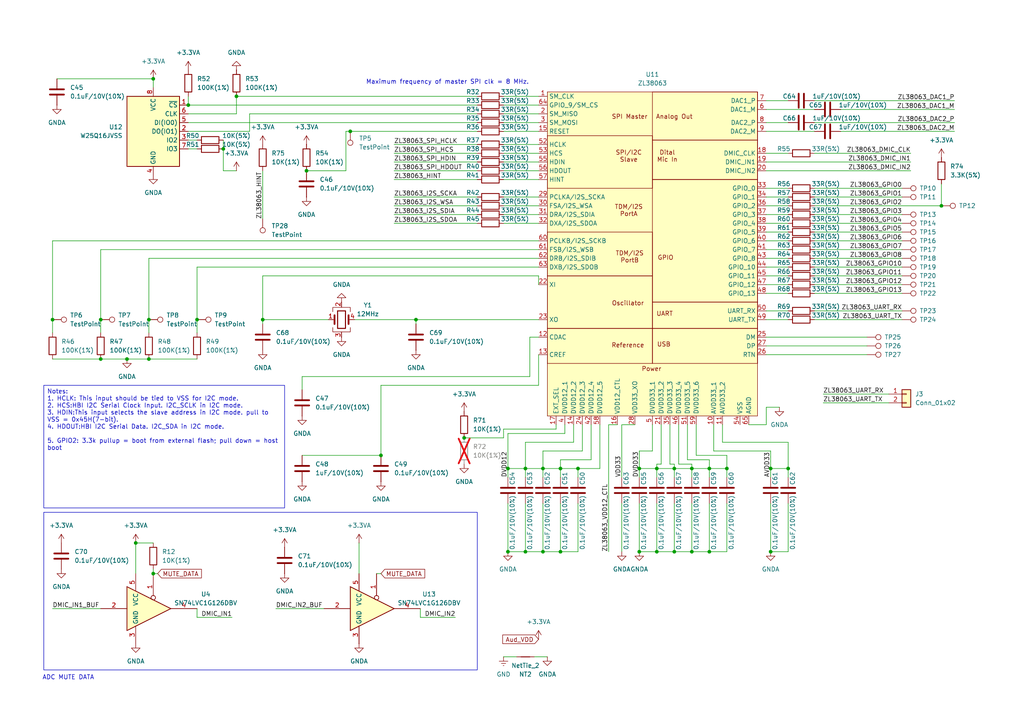
<source format=kicad_sch>
(kicad_sch (version 20231120) (generator "eeschema") (generator_version "8.0")
  (paper "A4")
  (junction (at 43.18 104.14))
  (junction (at 88.9 49.53))
  (junction (at 43.18 92.71))
  (junction (at 167.64 135.89))
  (junction (at 273.05 59.69))
  (junction (at 162.56 135.89))
  (junction (at 205.74 160.02))
  (junction (at 195.58 135.89))
  (junction (at 134.62 127))
  (junction (at 223.52 160.02))
  (junction (at 210.82 135.89))
  (junction (at 228.6 135.89))
  (junction (at 15.24 92.71))
  (junction (at 205.74 135.89))
  (junction (at 162.56 160.02))
  (junction (at 39.37 157.48))
  (junction (at 44.45 166.37))
  (junction (at 57.15 92.71))
  (junction (at 120.65 92.71))
  (junction (at 68.58 27.94))
  (junction (at 157.48 135.89))
  (junction (at 190.5 160.02))
  (junction (at 147.32 160.02))
  (junction (at 44.45 22.86))
  (junction (at 185.42 160.02))
  (junction (at 76.2 92.71))
  (junction (at 152.4 135.89))
  (junction (at 36.83 104.14))
  (junction (at 101.6 38.1))
  (junction (at 185.42 135.89))
  (junction (at 200.66 160.02))
  (junction (at 64.77 43.18))
  (junction (at 29.21 104.14))
  (junction (at 190.5 135.89))
  (junction (at 200.66 135.89))
  (junction (at 223.52 135.89))
  (junction (at 110.49 132.08))
  (junction (at 157.48 160.02))
  (junction (at 152.4 160.02))
  (junction (at 54.61 30.48))
  (junction (at 147.32 135.89))
  (junction (at 29.21 92.71))
  (junction (at 195.58 160.02))
  (wire (pts (xy 68.58 33.02) (xy 54.61 33.02)))
  (wire (pts (xy 205.74 133.35) (xy 205.74 135.89)))
  (wire (pts (xy 228.6 82.55) (xy 222.25 82.55)))
  (wire (pts (xy 147.32 160.02) (xy 152.4 160.02)))
  (wire (pts (xy 194.31 134.62) (xy 195.58 134.62)))
  (wire (pts (xy 190.5 135.89) (xy 195.58 135.89)))
  (wire (pts (xy 207.01 123.19) (xy 207.01 130.81)))
  (wire (pts (xy 222.25 97.79) (xy 251.46 97.79)))
  (wire (pts (xy 162.56 160.02) (xy 162.56 146.05)))
  (wire (pts (xy 226.06 118.11) (xy 222.25 118.11)))
  (wire (pts (xy 72.39 38.1) (xy 54.61 38.1)))
  (wire (pts (xy 185.42 130.81) (xy 185.42 135.89)))
  (wire (pts (xy 156.21 80.01) (xy 156.21 82.55)))
  (wire (pts (xy 54.61 43.18) (xy 57.15 43.18)))
  (wire (pts (xy 222.25 49.53) (xy 264.16 49.53)))
  (wire (pts (xy 223.52 160.02) (xy 228.6 160.02)))
  (wire (pts (xy 222.25 31.75) (xy 236.22 31.75)))
  (wire (pts (xy 190.5 135.89) (xy 190.5 138.43)))
  (wire (pts (xy 146.05 190.5) (xy 149.86 190.5)))
  (wire (pts (xy 228.6 160.02) (xy 228.6 146.05)))
  (wire (pts (xy 147.32 125.73) (xy 147.32 135.89)))
  (wire (pts (xy 57.15 77.47) (xy 57.15 92.71)))
  (wire (pts (xy 166.37 123.19) (xy 166.37 128.27)))
  (wire (pts (xy 146.05 62.23) (xy 156.21 62.23)))
  (wire (pts (xy 222.25 38.1) (xy 236.22 38.1)))
  (wire (pts (xy 153.67 97.79) (xy 156.21 97.79)))
  (wire (pts (xy 146.05 35.56) (xy 156.21 35.56)))
  (wire (pts (xy 167.64 160.02) (xy 167.64 146.05)))
  (wire (pts (xy 236.22 69.85) (xy 261.62 69.85)))
  (wire (pts (xy 228.6 135.89) (xy 228.6 138.43)))
  (wire (pts (xy 29.21 104.14) (xy 36.83 104.14)))
  (wire (pts (xy 57.15 179.07) (xy 57.15 176.53)))
  (wire (pts (xy 236.22 74.93) (xy 261.62 74.93)))
  (wire (pts (xy 185.42 135.89) (xy 190.5 135.89)))
  (wire (pts (xy 156.21 80.01) (xy 76.2 80.01)))
  (wire (pts (xy 161.29 124.46) (xy 161.29 123.19)))
  (wire (pts (xy 120.65 92.71) (xy 156.21 92.71)))
  (wire (pts (xy 43.18 74.93) (xy 43.18 92.71)))
  (wire (pts (xy 217.17 123.19) (xy 222.25 123.19)))
  (wire (pts (xy 68.58 49.53) (xy 64.77 49.53)))
  (wire (pts (xy 185.42 160.02) (xy 190.5 160.02)))
  (wire (pts (xy 152.4 160.02) (xy 157.48 160.02)))
  (wire (pts (xy 191.77 134.62) (xy 190.5 134.62)))
  (wire (pts (xy 191.77 123.19) (xy 191.77 134.62)))
  (wire (pts (xy 222.25 29.21) (xy 228.6 29.21)))
  (wire (pts (xy 29.21 72.39) (xy 29.21 92.71)))
  (wire (pts (xy 195.58 160.02) (xy 195.58 146.05)))
  (wire (pts (xy 205.74 135.89) (xy 210.82 135.89)))
  (wire (pts (xy 146.05 124.46) (xy 146.05 127)))
  (wire (pts (xy 156.21 111.76) (xy 156.21 102.87)))
  (wire (pts (xy 236.22 85.09) (xy 261.62 85.09)))
  (wire (pts (xy 228.6 59.69) (xy 222.25 59.69)))
  (wire (pts (xy 236.22 90.17) (xy 261.62 90.17)))
  (wire (pts (xy 100.33 38.1) (xy 100.33 49.53)))
  (wire (pts (xy 223.52 160.02) (xy 223.52 146.05)))
  (wire (pts (xy 146.05 30.48) (xy 156.21 30.48)))
  (wire (pts (xy 157.48 160.02) (xy 162.56 160.02)))
  (wire (pts (xy 87.63 109.22) (xy 87.63 113.03)))
  (wire (pts (xy 76.2 49.53) (xy 76.2 63.5)))
  (wire (pts (xy 236.22 77.47) (xy 261.62 77.47)))
  (wire (pts (xy 222.25 102.87) (xy 251.46 102.87)))
  (wire (pts (xy 100.33 38.1) (xy 101.6 38.1)))
  (wire (pts (xy 210.82 135.89) (xy 210.82 138.43)))
  (wire (pts (xy 100.33 49.53) (xy 88.9 49.53)))
  (wire (pts (xy 110.49 111.76) (xy 156.21 111.76)))
  (wire (pts (xy 168.91 130.81) (xy 157.48 130.81)))
  (wire (pts (xy 222.25 118.11) (xy 222.25 123.19)))
  (wire (pts (xy 173.99 123.19) (xy 173.99 135.89)))
  (wire (pts (xy 54.61 35.56) (xy 138.43 35.56)))
  (wire (pts (xy 120.65 92.71) (xy 120.65 93.98)))
  (wire (pts (xy 146.05 124.46) (xy 161.29 124.46)))
  (wire (pts (xy 228.6 64.77) (xy 222.25 64.77)))
  (wire (pts (xy 157.48 135.89) (xy 157.48 138.43)))
  (wire (pts (xy 162.56 133.35) (xy 162.56 135.89)))
  (wire (pts (xy 180.34 160.02) (xy 180.34 146.05)))
  (wire (pts (xy 15.24 104.14) (xy 29.21 104.14)))
  (wire (pts (xy 222.25 100.33) (xy 251.46 100.33)))
  (wire (pts (xy 236.22 92.71) (xy 261.62 92.71)))
  (wire (pts (xy 195.58 160.02) (xy 200.66 160.02)))
  (wire (pts (xy 72.39 33.02) (xy 138.43 33.02)))
  (wire (pts (xy 39.37 157.48) (xy 44.45 157.48)))
  (wire (pts (xy 39.37 157.48) (xy 39.37 166.37)))
  (wire (pts (xy 200.66 160.02) (xy 205.74 160.02)))
  (wire (pts (xy 68.58 27.94) (xy 138.43 27.94)))
  (wire (pts (xy 236.22 54.61) (xy 261.62 54.61)))
  (wire (pts (xy 146.05 38.1) (xy 156.21 38.1)))
  (wire (pts (xy 157.48 130.81) (xy 157.48 135.89)))
  (wire (pts (xy 171.45 123.19) (xy 171.45 133.35)))
  (wire (pts (xy 200.66 160.02) (xy 200.66 146.05)))
  (wire (pts (xy 273.05 53.34) (xy 273.05 59.69)))
  (wire (pts (xy 236.22 44.45) (xy 264.16 44.45)))
  (wire (pts (xy 162.56 160.02) (xy 167.64 160.02)))
  (wire (pts (xy 236.22 82.55) (xy 261.62 82.55)))
  (wire (pts (xy 236.22 64.77) (xy 261.62 64.77)))
  (wire (pts (xy 64.77 40.64) (xy 64.77 43.18)))
  (wire (pts (xy 228.6 67.31) (xy 222.25 67.31)))
  (wire (pts (xy 201.93 123.19) (xy 201.93 132.08)))
  (wire (pts (xy 110.49 166.37) (xy 109.22 166.37)))
  (wire (pts (xy 57.15 77.47) (xy 156.21 77.47)))
  (wire (pts (xy 195.58 135.89) (xy 195.58 138.43)))
  (wire (pts (xy 157.48 160.02) (xy 157.48 146.05)))
  (wire (pts (xy 43.18 74.93) (xy 156.21 74.93)))
  (wire (pts (xy 152.4 160.02) (xy 152.4 146.05)))
  (wire (pts (xy 68.58 27.94) (xy 68.58 33.02)))
  (wire (pts (xy 54.61 40.64) (xy 57.15 40.64)))
  (wire (pts (xy 121.92 179.07) (xy 121.92 176.53)))
  (wire (pts (xy 236.22 80.01) (xy 261.62 80.01)))
  (wire (pts (xy 114.3 44.45) (xy 138.43 44.45)))
  (wire (pts (xy 152.4 128.27) (xy 152.4 135.89)))
  (wire (pts (xy 76.2 80.01) (xy 76.2 92.71)))
  (wire (pts (xy 15.24 176.53) (xy 29.21 176.53)))
  (wire (pts (xy 54.61 27.94) (xy 54.61 30.48)))
  (wire (pts (xy 228.6 92.71) (xy 222.25 92.71)))
  (wire (pts (xy 16.51 22.86) (xy 44.45 22.86)))
  (wire (pts (xy 44.45 165.1) (xy 44.45 166.37)))
  (wire (pts (xy 153.67 109.22) (xy 153.67 97.79)))
  (wire (pts (xy 146.05 49.53) (xy 156.21 49.53)))
  (wire (pts (xy 167.64 135.89) (xy 173.99 135.89)))
  (wire (pts (xy 152.4 135.89) (xy 152.4 138.43)))
  (wire (pts (xy 200.66 134.62) (xy 200.66 135.89)))
  (wire (pts (xy 29.21 72.39) (xy 156.21 72.39)))
  (wire (pts (xy 114.3 57.15) (xy 138.43 57.15)))
  (wire (pts (xy 54.61 30.48) (xy 138.43 30.48)))
  (wire (pts (xy 168.91 123.19) (xy 168.91 130.81)))
  (wire (pts (xy 157.48 135.89) (xy 162.56 135.89)))
  (wire (pts (xy 43.18 92.71) (xy 43.18 96.52)))
  (wire (pts (xy 228.6 57.15) (xy 222.25 57.15)))
  (wire (pts (xy 228.6 74.93) (xy 222.25 74.93)))
  (wire (pts (xy 243.84 38.1) (xy 276.86 38.1)))
  (wire (pts (xy 114.3 59.69) (xy 138.43 59.69)))
  (wire (pts (xy 228.6 77.47) (xy 222.25 77.47)))
  (wire (pts (xy 166.37 128.27) (xy 152.4 128.27)))
  (wire (pts (xy 146.05 27.94) (xy 156.21 27.94)))
  (wire (pts (xy 209.55 128.27) (xy 228.6 128.27)))
  (wire (pts (xy 228.6 80.01) (xy 222.25 80.01)))
  (wire (pts (xy 114.3 49.53) (xy 138.43 49.53)))
  (wire (pts (xy 152.4 135.89) (xy 147.32 135.89)))
  (wire (pts (xy 210.82 132.08) (xy 210.82 135.89)))
  (wire (pts (xy 87.63 132.08) (xy 110.49 132.08)))
  (wire (pts (xy 199.39 133.35) (xy 205.74 133.35)))
  (wire (pts (xy 167.64 135.89) (xy 167.64 138.43)))
  (wire (pts (xy 45.72 166.37) (xy 44.45 166.37)))
  (wire (pts (xy 190.5 160.02) (xy 190.5 146.05)))
  (wire (pts (xy 114.3 52.07) (xy 138.43 52.07)))
  (wire (pts (xy 180.34 123.19) (xy 180.34 138.43)))
  (wire (pts (xy 146.05 44.45) (xy 156.21 44.45)))
  (wire (pts (xy 223.52 130.81) (xy 223.52 135.89)))
  (wire (pts (xy 228.6 128.27) (xy 228.6 135.89)))
  (wire (pts (xy 110.49 111.76) (xy 110.49 132.08)))
  (wire (pts (xy 200.66 135.89) (xy 200.66 138.43)))
  (wire (pts (xy 228.6 69.85) (xy 222.25 69.85)))
  (wire (pts (xy 189.23 123.19) (xy 189.23 130.81)))
  (wire (pts (xy 162.56 135.89) (xy 162.56 138.43)))
  (wire (pts (xy 236.22 57.15) (xy 261.62 57.15)))
  (wire (pts (xy 114.3 46.99) (xy 138.43 46.99)))
  (wire (pts (xy 236.22 62.23) (xy 261.62 62.23)))
  (wire (pts (xy 76.2 92.71) (xy 76.2 93.98)))
  (wire (pts (xy 185.42 135.89) (xy 185.42 138.43)))
  (wire (pts (xy 152.4 135.89) (xy 157.48 135.89)))
  (wire (pts (xy 210.82 160.02) (xy 210.82 146.05)))
  (wire (pts (xy 64.77 49.53) (xy 64.77 43.18)))
  (wire (pts (xy 114.3 64.77) (xy 138.43 64.77)))
  (wire (pts (xy 201.93 132.08) (xy 210.82 132.08)))
  (wire (pts (xy 236.22 59.69) (xy 273.05 59.69)))
  (wire (pts (xy 228.6 90.17) (xy 222.25 90.17)))
  (wire (pts (xy 163.83 123.19) (xy 163.83 125.73)))
  (wire (pts (xy 228.6 54.61) (xy 222.25 54.61)))
  (wire (pts (xy 146.05 33.02) (xy 156.21 33.02)))
  (wire (pts (xy 146.05 64.77) (xy 156.21 64.77)))
  (wire (pts (xy 228.6 85.09) (xy 222.25 85.09)))
  (wire (pts (xy 179.07 123.19) (xy 176.53 123.19)))
  (wire (pts (xy 67.31 179.07) (xy 57.15 179.07)))
  (wire (pts (xy 223.52 135.89) (xy 228.6 135.89)))
  (wire (pts (xy 236.22 35.56) (xy 276.86 35.56)))
  (wire (pts (xy 95.25 92.71) (xy 76.2 92.71)))
  (wire (pts (xy 195.58 135.89) (xy 200.66 135.89)))
  (wire (pts (xy 36.83 104.14) (xy 43.18 104.14)))
  (wire (pts (xy 134.62 127) (xy 146.05 127)))
  (wire (pts (xy 146.05 57.15) (xy 156.21 57.15)))
  (wire (pts (xy 184.15 123.19) (xy 180.34 123.19)))
  (wire (pts (xy 15.24 69.85) (xy 15.24 92.71)))
  (wire (pts (xy 223.52 135.89) (xy 223.52 138.43)))
  (wire (pts (xy 146.05 46.99) (xy 156.21 46.99)))
  (wire (pts (xy 194.31 123.19) (xy 194.31 134.62)))
  (wire (pts (xy 102.87 92.71) (xy 120.65 92.71)))
  (wire (pts (xy 167.64 135.89) (xy 162.56 135.89)))
  (wire (pts (xy 176.53 123.19) (xy 176.53 160.02)))
  (wire (pts (xy 15.24 69.85) (xy 156.21 69.85)))
  (wire (pts (xy 243.84 31.75) (xy 276.86 31.75)))
  (wire (pts (xy 222.25 35.56) (xy 228.6 35.56)))
  (wire (pts (xy 207.01 130.81) (xy 223.52 130.81)))
  (wire (pts (xy 257.81 114.3) (xy 238.76 114.3)))
  (wire (pts (xy 228.6 62.23) (xy 222.25 62.23)))
  (wire (pts (xy 209.55 123.19) (xy 209.55 128.27)))
  (wire (pts (xy 196.85 134.62) (xy 200.66 134.62)))
  (wire (pts (xy 80.01 176.53) (xy 93.98 176.53)))
  (wire (pts (xy 205.74 160.02) (xy 205.74 146.05)))
  (wire (pts (xy 146.05 41.91) (xy 156.21 41.91)))
  (wire (pts (xy 147.32 160.02) (xy 147.32 146.05)))
  (wire (pts (xy 114.3 41.91) (xy 138.43 41.91)))
  (wire (pts (xy 43.18 104.14) (xy 57.15 104.14)))
  (wire (pts (xy 195.58 134.62) (xy 195.58 135.89)))
  (wire (pts (xy 132.08 179.07) (xy 121.92 179.07)))
  (wire (pts (xy 15.24 92.71) (xy 15.24 96.52)))
  (wire (pts (xy 146.05 59.69) (xy 156.21 59.69)))
  (wire (pts (xy 236.22 29.21) (xy 276.86 29.21)))
  (wire (pts (xy 185.42 160.02) (xy 185.42 146.05)))
  (wire (pts (xy 163.83 125.73) (xy 147.32 125.73)))
  (wire (pts (xy 205.74 160.02) (xy 210.82 160.02)))
  (wire (pts (xy 147.32 135.89) (xy 147.32 138.43)))
  (wire (pts (xy 200.66 135.89) (xy 205.74 135.89)))
  (wire (pts (xy 189.23 130.81) (xy 185.42 130.81)))
  (wire (pts (xy 114.3 62.23) (xy 138.43 62.23)))
  (wire (pts (xy 154.94 190.5) (xy 158.75 190.5)))
  (wire (pts (xy 228.6 44.45) (xy 222.25 44.45)))
  (wire (pts (xy 190.5 160.02) (xy 195.58 160.02)))
  (wire (pts (xy 205.74 135.89) (xy 205.74 138.43)))
  (wire (pts (xy 236.22 72.39) (xy 261.62 72.39)))
  (wire (pts (xy 190.5 134.62) (xy 190.5 135.89)))
  (wire (pts (xy 146.05 52.07) (xy 156.21 52.07)))
  (wire (pts (xy 57.15 92.71) (xy 57.15 96.52)))
  (wire (pts (xy 72.39 33.02) (xy 72.39 38.1)))
  (wire (pts (xy 171.45 133.35) (xy 162.56 133.35)))
  (wire (pts (xy 87.63 109.22) (xy 153.67 109.22)))
  (wire (pts (xy 101.6 38.1) (xy 138.43 38.1)))
  (wire (pts (xy 222.25 46.99) (xy 264.16 46.99)))
  (wire (pts (xy 199.39 123.19) (xy 199.39 133.35)))
  (wire (pts (xy 104.14 157.48) (xy 104.14 166.37)))
  (wire (pts (xy 228.6 72.39) (xy 222.25 72.39)))
  (wire (pts (xy 196.85 123.19) (xy 196.85 134.62)))
  (wire (pts (xy 29.21 92.71) (xy 29.21 96.52)))
  (wire (pts (xy 236.22 67.31) (xy 261.62 67.31)))
  (wire (pts (xy 44.45 22.86) (xy 44.45 25.4)))
  (wire (pts (xy 257.81 116.84) (xy 238.76 116.84)))
  (rectangle (start 12.7 148.59) (end 138.43 194.31))
  (text_box "Notes:\n1. HCLK: This input should be tied to VSS for I2C mode.\n2. HCS:HBI I2C Serial Clock Input. I2C_SCLK in I2C mode.\n3. HDIN:This input selects the slave address in I2C mode. pull to VSS = 0x45H(7-bit).\n4. HDOUT:HBI I2C Serial Data. I2C_SDA in I2C mode.\n\n5. GPIO2: 3.3k pullup = boot from external flash; pull down = host boot" (at 12.7 111.76 0) (size 69.85 35.56) (effects (font (size 1.27 1.27)) (justify left top)))
  (text "Maximum frequency of master SPI clk = 8 MHz." (at 129.794 23.876 0) (effects (font (size 1.27 1.27))))
  (text "ADC MUTE DATA" (at 19.812 196.596 0) (effects (font (size 1.27 1.27))))
  (label "ZL38063_GPIO7" (at 261.62 72.39 180))
  (label "DMIC_IN2" (at 132.08 179.07 180))
  (label "ZL38063_UART_RX" (at 238.76 114.3 0))
  (label "ZL38063_DAC2_M" (at 276.86 38.1 180))
  (label "ZL38063_GPIO1" (at 261.62 57.15 180))
  (label "ZL38063_I2S_WSA" (at 114.3 59.69 0))
  (label "ZL38063_GPIO6" (at 261.62 69.85 180))
  (label "ZL38063_DAC1_M" (at 276.86 31.75 180))
  (label "ZL38063_GPIO0" (at 261.62 54.61 180))
  (label "DMIC_IN1_BUF" (at 15.24 176.53 0))
  (label "ZL38063_GPIO5" (at 261.62 67.31 180))
  (label "ZL38063_VDD12_CTL" (at 176.53 160.02 90))
  (label "ZL38063_GPIO8" (at 261.62 74.93 180))
  (label "DMIC_IN2_BUF" (at 80.01 176.53 0))
  (label "ZL38063_GPIO3" (at 261.62 62.23 180))
  (label "ZL38063_GPIO12" (at 261.62 82.55 180))
  (label "DVDD33" (at 185.42 138.43 90))
  (label "ZL38063_I2S_SDOA" (at 114.3 64.77 0))
  (label "ZL38063_SPI_HDIN" (at 114.3 46.99 0))
  (label "ZL38063_UART_TX" (at 238.76 116.84 0))
  (label "ZL38063_DMIC_IN1" (at 264.16 46.99 180))
  (label "ZL38063_SPI_HCLK" (at 114.3 41.91 0))
  (label "ZL38063_GPIO2" (at 261.62 59.69 180))
  (label "ZL38063_HINT" (at 76.2 63.5 90))
  (label "ZL38063_I2S_SCKA" (at 114.3 57.15 0))
  (label "ZL38063_GPIO13" (at 261.62 85.09 180))
  (label "ZL38063_DMIC_IN2" (at 264.16 49.53 180))
  (label "ZL38063_I2S_SDIA" (at 114.3 62.23 0))
  (label "ZL38063_UART_RX" (at 261.62 90.17 180))
  (label "ZL38063_HINT" (at 114.3 52.07 0))
  (label "AVDD33" (at 223.52 138.43 90))
  (label "ZL38063_SPI_HDOUT" (at 114.3 49.53 0))
  (label "ZL38063_GPIO10" (at 261.62 77.47 180))
  (label "ZL38063_UART_TX" (at 261.62 92.71 180))
  (label "ZL38063_GPIO11" (at 261.62 80.01 180))
  (label "ZL38063_DMIC_CLK" (at 264.16 44.45 180))
  (label "DVDD12" (at 147.32 138.43 90))
  (label "ZL38063_DAC1_P" (at 276.86 29.21 180))
  (label "ZL38063_GPIO4" (at 261.62 64.77 180))
  (label "DMIC_IN1" (at 67.31 179.07 180))
  (label "ZL38063_DAC2_P" (at 276.86 35.56 180))
  (label "VDD33" (at 180.34 138.43 90))
  (label "ZL38063_SPI_HCS" (at 114.3 44.45 0))
  (global_label "MUTE_DATA" (shape input) (at 110.49 166.37 0) (property "Intersheetrefs" "${INTERSHEET_REFS}" (effects (hide yes))))
  (global_label "Aud_VDD" (shape input) (at 156.21 185.42 180) (property "Intersheetrefs" "${INTERSHEET_REFS}" (effects (hide yes))))
  (global_label "MUTE_DATA" (shape input) (at 45.72 166.37 0) (property "Intersheetrefs" "${INTERSHEET_REFS}" (effects (hide yes))))
  (symbol (lib_id "Connector:TestPoint") (at 261.62 85.09 270) (unit 1)
    (property "Reference" "TP22" (at 266.7 85.0899 90) (effects (justify left)))
    (property "Value" "TestPoint" (effects (hide yes)))
    (property "Footprint" "TestPoint:TestPoint_Pad_D1.0mm" (effects (hide yes)))
    (property "Description" "test point" (effects (hide yes)))
  )
  (symbol (lib_id "Device:C") (at 87.63 135.89 0) (unit 1)
    (property "Reference" "C48" (at 91.44 134.6199 0) (effects (justify left)))
    (property "Value" "1uF/10V(10%)" (at 91.44 137.1599 0) (effects (justify left)))
    (property "Footprint" "Capacitor_SMD:C_0402_1005Metric" (effects (hide yes)))
    (property "Description" "Unpolarized capacitor" (effects (hide yes)))
  )
  (symbol (lib_id "Device:R") (at 88.9 45.72 180) (unit 1)
    (property "Reference" "R54" (at 91.44 44.4499 0) (effects (justify right)))
    (property "Value" "10K(1%)" (at 91.44 46.9899 0) (effects (justify right)))
    (property "Footprint" "Resistor_SMD:R_0402_1005Metric" (effects (hide yes)))
    (property "Description" "Resistor" (effects (hide yes)))
  )
  (symbol (lib_id "power:+3.3VA") (at 273.05 45.72 0) (unit 1)
    (property "Reference" "#PWR0140" (effects (hide yes)))
    (property "Value" "+3.3VA" (at 273.05 40.64 0))
    (property "Description" "Power symbol creates a global label with name \"+3.3VA\"" (effects (hide yes)))
  )
  (symbol (lib_id "Device:R") (at 232.41 67.31 90) (unit 1)
    (property "Reference" "R61" (at 227.33 66.04 90))
    (property "Value" "33R(5%)" (at 239.522 66.04 90))
    (property "Footprint" "Resistor_SMD:R_0402_1005Metric" (effects (hide yes)))
    (property "Description" "Resistor" (effects (hide yes)))
  )
  (symbol (lib_id "Device:R") (at 232.41 72.39 90) (unit 1)
    (property "Reference" "R63" (at 227.33 71.12 90))
    (property "Value" "33R(5%)" (at 239.522 71.12 90))
    (property "Footprint" "Resistor_SMD:R_0402_1005Metric" (effects (hide yes)))
    (property "Description" "Resistor" (effects (hide yes)))
  )
  (symbol (lib_id "power:GNDA") (at 76.2 101.6 0) (unit 1)
    (property "Reference" "#PWR0142" (effects (hide yes)))
    (property "Value" "GNDA" (at 76.2 106.68 0))
    (property "Description" "Power symbol creates a global label with name \"GNDA\" , analog ground" (effects (hide yes)))
  )
  (symbol (lib_id "Device:R") (at 232.41 74.93 90) (unit 1)
    (property "Reference" "R64" (at 227.33 73.66 90))
    (property "Value" "33R(5%)" (at 239.522 73.66 90))
    (property "Footprint" "Resistor_SMD:R_0402_1005Metric" (effects (hide yes)))
    (property "Description" "Resistor" (effects (hide yes)))
  )
  (symbol (lib_id "Device:R") (at 142.24 57.15 90) (unit 1)
    (property "Reference" "R42" (at 137.16 55.88 90))
    (property "Value" "33R(5%)" (at 149.352 55.88 90))
    (property "Footprint" "Resistor_SMD:R_0402_1005Metric" (effects (hide yes)))
    (property "Description" "Resistor" (effects (hide yes)))
  )
  (symbol (lib_id "Device:C") (at 205.74 142.24 0) (unit 1)
    (property "Reference" "C59" (at 207.01 140.716 90) (effects (justify left)))
    (property "Value" "0.1uF/10V(10%)" (at 207.01 159.512 90) (effects (justify left)))
    (property "Footprint" "Capacitor_SMD:C_0402_1005Metric" (effects (hide yes)))
    (property "Description" "Unpolarized capacitor" (effects (hide yes)))
  )
  (symbol (lib_id "power:+3.3VA") (at 134.62 119.38 0) (unit 1)
    (property "Reference" "#PWR0137" (effects (hide yes)))
    (property "Value" "+3.3VA" (at 134.62 114.3 0))
    (property "Description" "Power symbol creates a global label with name \"+3.3VA\"" (effects (hide yes)))
  )
  (symbol (lib_id "power:+3.3VA") (at 44.45 22.86 0) (unit 1)
    (property "Reference" "#PWR0120" (effects (hide yes)))
    (property "Value" "+3.3VA" (at 44.45 17.78 0))
    (property "Description" "Power symbol creates a global label with name \"+3.3VA\"" (effects (hide yes)))
  )
  (symbol (lib_id "Device:R") (at 232.41 64.77 90) (unit 1)
    (property "Reference" "R60" (at 227.33 63.5 90))
    (property "Value" "33R(5%)" (at 239.522 63.5 90))
    (property "Footprint" "Resistor_SMD:R_0402_1005Metric" (effects (hide yes)))
    (property "Description" "Resistor" (effects (hide yes)))
  )
  (symbol (lib_id "Connector:TestPoint") (at 261.62 67.31 270) (unit 1)
    (property "Reference" "TP15" (at 266.7 67.3099 90) (effects (justify left)))
    (property "Value" "TestPoint" (effects (hide yes)))
    (property "Footprint" "TestPoint:TestPoint_Pad_D1.0mm" (effects (hide yes)))
    (property "Description" "test point" (effects (hide yes)))
  )
  (symbol (lib_id "Device:R") (at 142.24 27.94 90) (unit 1)
    (property "Reference" "R32" (at 137.16 26.67 90))
    (property "Value" "33R(5%)" (at 149.352 26.67 90))
    (property "Footprint" "Resistor_SMD:R_0402_1005Metric" (effects (hide yes)))
    (property "Description" "Resistor" (effects (hide yes)))
  )
  (symbol (lib_id "power:GNDA") (at 104.14 186.69 0) (unit 1)
    (property "Reference" "#PWR0139" (effects (hide yes)))
    (property "Value" "GNDA" (at 104.14 191.77 0))
    (property "Description" "Power symbol creates a global label with name \"GNDA\" , analog ground" (effects (hide yes)))
  )
  (symbol (lib_id "power:GNDA") (at 88.9 57.15 0) (unit 1)
    (property "Reference" "#PWR0125" (effects (hide yes)))
    (property "Value" "GNDA" (at 88.9 62.23 0))
    (property "Description" "Power symbol creates a global label with name \"GNDA\" , analog ground" (effects (hide yes)))
  )
  (symbol (lib_id "Device:R") (at 54.61 24.13 180) (unit 1)
    (property "Reference" "R52" (at 57.15 22.8599 0) (effects (justify right)))
    (property "Value" "100K(1%)" (at 57.15 25.3999 0) (effects (justify right)))
    (property "Footprint" "Resistor_SMD:R_0402_1005Metric" (effects (hide yes)))
    (property "Description" "Resistor" (effects (hide yes)))
  )
  (symbol (lib_id "power:GNDA") (at 87.63 120.65 0) (unit 1)
    (property "Reference" "#PWR0128" (effects (hide yes)))
    (property "Value" "GNDA" (at 87.63 125.73 0))
    (property "Description" "Power symbol creates a global label with name \"GNDA\" , analog ground" (effects (hide yes)))
  )
  (symbol (lib_id "Device:R") (at 134.62 123.19 0) (unit 1)
    (property "Reference" "R71" (at 137.16 121.9199 0) (effects (justify left)))
    (property "Value" "10K(1%)" (at 137.16 124.4599 0) (effects (justify left)))
    (property "Footprint" "Resistor_SMD:R_0402_1005Metric" (effects (hide yes)))
    (property "Description" "Resistor" (effects (hide yes)))
  )
  (symbol (lib_id "Device:R") (at 232.41 82.55 90) (unit 1)
    (property "Reference" "R67" (at 227.33 81.28 90))
    (property "Value" "33R(5%)" (at 239.522 81.28 90))
    (property "Footprint" "Resistor_SMD:R_0402_1005Metric" (effects (hide yes)))
    (property "Description" "Resistor" (effects (hide yes)))
  )
  (symbol (lib_id "Connector:TestPoint") (at 261.62 54.61 270) (unit 1)
    (property "Reference" "TP10" (at 266.7 54.6099 90) (effects (justify left)))
    (property "Value" "TestPoint" (effects (hide yes)))
    (property "Footprint" "TestPoint:TestPoint_Pad_D1.0mm" (effects (hide yes)))
    (property "Description" "test point" (effects (hide yes)))
  )
  (symbol (lib_id "Device:C") (at 76.2 97.79 0) (unit 1)
    (property "Reference" "C68" (at 80.01 96.5199 0) (effects (justify left)))
    (property "Value" "0.1uF/10V(10%)" (at 80.01 99.0599 0) (effects (justify left)))
    (property "Footprint" "Capacitor_SMD:C_0402_1005Metric" (effects (hide yes)))
    (property "Description" "Unpolarized capacitor" (effects (hide yes)))
  )
  (symbol (lib_id "Device:R") (at 44.45 161.29 0) (unit 1)
    (property "Reference" "R12" (at 46.99 160.0199 0) (effects (justify left)))
    (property "Value" "10K(1%)" (at 46.99 162.5599 0) (effects (justify left)))
    (property "Footprint" "Resistor_SMD:R_0402_1005Metric" (effects (hide yes)))
    (property "Description" "Resistor" (effects (hide yes)))
  )
  (symbol (lib_id "Device:R") (at 232.41 54.61 90) (unit 1)
    (property "Reference" "R56" (at 227.33 53.34 90))
    (property "Value" "33R(5%)" (at 239.522 53.34 90))
    (property "Footprint" "Resistor_SMD:R_0402_1005Metric" (effects (hide yes)))
    (property "Description" "Resistor" (effects (hide yes)))
  )
  (symbol (lib_id "Device:R") (at 29.21 100.33 180) (unit 1)
    (property "Reference" "R47" (at 31.75 99.0599 0) (effects (justify right)))
    (property "Value" "100K(1%)" (at 31.75 101.5999 0) (effects (justify right)))
    (property "Footprint" "Resistor_SMD:R_0402_1005Metric" (effects (hide yes)))
    (property "Description" "Resistor" (effects (hide yes)))
  )
  (symbol (lib_id "Connector:TestPoint") (at 43.18 92.71 270) (unit 1)
    (property "Reference" "TP8" (at 48.26 91.4399 90) (effects (justify left)))
    (property "Value" "TestPoint" (at 48.26 93.9799 90) (effects (justify left)))
    (property "Footprint" "TestPoint:TestPoint_Pad_D1.0mm" (effects (hide yes)))
    (property "Description" "test point" (effects (hide yes)))
  )
  (symbol (lib_id "power:GNDA") (at 147.32 160.02 0) (unit 1)
    (property "Reference" "#PWR0135" (effects (hide yes)))
    (property "Value" "GNDA" (at 147.32 165.1 0))
    (property "Description" "Power symbol creates a global label with name \"GNDA\" , analog ground" (effects (hide yes)))
  )
  (symbol (lib_id "Device:C") (at 195.58 142.24 0) (unit 1)
    (property "Reference" "C57" (at 196.85 140.716 90) (effects (justify left)))
    (property "Value" "0.1uF/10V(10%)" (at 196.85 159.512 90) (effects (justify left)))
    (property "Footprint" "Capacitor_SMD:C_0402_1005Metric" (effects (hide yes)))
    (property "Description" "Unpolarized capacitor" (effects (hide yes)))
  )
  (symbol (lib_id "Connector:TestPoint") (at 261.62 77.47 270) (unit 1)
    (property "Reference" "TP19" (at 266.7 77.4699 90) (effects (justify left)))
    (property "Value" "TestPoint" (effects (hide yes)))
    (property "Footprint" "TestPoint:TestPoint_Pad_D1.0mm" (effects (hide yes)))
    (property "Description" "test point" (effects (hide yes)))
  )
  (symbol (lib_id "Device:C") (at 200.66 142.24 0) (unit 1)
    (property "Reference" "C58" (at 201.93 140.716 90) (effects (justify left)))
    (property "Value" "0.1uF/10V(10%)" (at 201.93 159.512 90) (effects (justify left)))
    (property "Footprint" "Capacitor_SMD:C_0402_1005Metric" (effects (hide yes)))
    (property "Description" "Unpolarized capacitor" (effects (hide yes)))
  )
  (symbol (lib_id "Device:C") (at 223.52 142.24 0) (unit 1)
    (property "Reference" "C61" (at 224.79 140.716 90) (effects (justify left)))
    (property "Value" "0.1uF/10V(10%)" (at 224.79 159.512 90) (effects (justify left)))
    (property "Footprint" "Capacitor_SMD:C_0402_1005Metric" (effects (hide yes)))
    (property "Description" "Unpolarized capacitor" (effects (hide yes)))
  )
  (symbol (lib_id "Device:R") (at 232.41 59.69 90) (unit 1)
    (property "Reference" "R58" (at 227.33 58.42 90))
    (property "Value" "33R(5%)" (at 239.522 58.42 90))
    (property "Footprint" "Resistor_SMD:R_0402_1005Metric" (effects (hide yes)))
    (property "Description" "Resistor" (effects (hide yes)))
  )
  (symbol (lib_id "Connector:TestPoint") (at 76.2 63.5 180) (unit 1)
    (property "Reference" "TP28" (at 78.74 65.5319 0) (effects (justify right)))
    (property "Value" "TestPoint" (at 78.74 68.0719 0) (effects (justify right)))
    (property "Footprint" "TestPoint:TestPoint_Pad_D1.0mm" (effects (hide yes)))
    (property "Description" "test point" (effects (hide yes)))
  )
  (symbol (lib_id "Device:C") (at 87.63 116.84 0) (unit 1)
    (property "Reference" "C47" (at 91.44 115.5699 0) (effects (justify left)))
    (property "Value" "0.1uF/10V(10%)" (at 91.44 118.1099 0) (effects (justify left)))
    (property "Footprint" "Capacitor_SMD:C_0402_1005Metric" (effects (hide yes)))
    (property "Description" "Unpolarized capacitor" (effects (hide yes)))
  )
  (symbol (lib_id "Device:C") (at 240.03 31.75 90) (unit 1)
    (property "Reference" "C65" (at 238.506 30.48 90) (effects (justify left)))
    (property "Value" "1uF/10V(10%)" (at 257.302 30.48 90) (effects (justify left)))
    (property "Footprint" "Capacitor_SMD:C_0402_1005Metric" (effects (hide yes)))
    (property "Description" "Unpolarized capacitor" (effects (hide yes)))
  )
  (symbol (lib_id "Connector_Generic:Conn_01x02") (at 262.89 114.3 0) (unit 1)
    (property "Reference" "J3" (at 265.43 114.2999 0) (effects (justify left)))
    (property "Value" "Conn_01x02" (at 265.43 116.8399 0) (effects (justify left)))
    (property "Footprint" "Connector_PinHeader_2.54mm:PinHeader_1x02_P2.54mm_Vertical" (effects (hide yes)))
    (property "Description" "Generic connector, single row, 01x02, script generated (kicad-library-utils/schlib/autogen/connector/)" (effects (hide yes)))
  )
  (symbol (lib_id "Connector:TestPoint") (at 261.62 92.71 270) (unit 1)
    (property "Reference" "TP24" (at 266.7 92.7099 90) (effects (justify left)))
    (property "Value" "TestPoint" (effects (hide yes)))
    (property "Footprint" "TestPoint:TestPoint_Pad_D1.0mm" (effects (hide yes)))
    (property "Description" "test point" (effects (hide yes)))
  )
  (symbol (lib_id "Device:C") (at 120.65 97.79 0) (unit 1)
    (property "Reference" "C69" (at 124.46 96.5199 0) (effects (justify left)))
    (property "Value" "0.1uF/10V(10%)" (at 124.46 99.0599 0) (effects (justify left)))
    (property "Footprint" "Capacitor_SMD:C_0402_1005Metric" (effects (hide yes)))
    (property "Description" "Unpolarized capacitor" (effects (hide yes)))
  )
  (symbol (lib_id "power:+3.3VA") (at 82.55 158.75 0) (unit 1)
    (property "Reference" "#PWR0149" (effects (hide yes)))
    (property "Value" "+3.3VA" (at 82.55 153.67 0))
    (property "Description" "Power symbol creates a global label with name \"+3.3VA\"" (effects (hide yes)))
  )
  (symbol (lib_id "Device:R") (at 60.96 43.18 90) (unit 1)
    (property "Reference" "R51" (at 55.88 41.91 90))
    (property "Value" "10K(5%)" (at 68.58 41.91 90))
    (property "Footprint" "Resistor_SMD:R_0402_1005Metric" (effects (hide yes)))
    (property "Description" "Resistor" (effects (hide yes)))
  )
  (symbol (lib_id "Device:R") (at 273.05 49.53 180) (unit 1)
    (property "Reference" "R74" (at 275.59 48.2599 0) (effects (justify right)))
    (property "Value" "3.3K(5%)" (at 275.59 50.7999 0) (effects (justify right)))
    (property "Footprint" "Resistor_SMD:R_0402_1005Metric" (effects (hide yes)))
    (property "Description" "Resistor" (effects (hide yes)))
  )
  (symbol (lib_id "Device:R") (at 232.41 69.85 90) (unit 1)
    (property "Reference" "R62" (at 227.33 68.58 90))
    (property "Value" "33R(5%)" (at 239.522 68.58 90))
    (property "Footprint" "Resistor_SMD:R_0402_1005Metric" (effects (hide yes)))
    (property "Description" "Resistor" (effects (hide yes)))
  )
  (symbol (lib_id "Connector:TestPoint") (at 101.6 38.1 180) (unit 1)
    (property "Reference" "TP5" (at 104.14 40.1319 0) (effects (justify right)))
    (property "Value" "TestPoint" (at 104.14 42.6719 0) (effects (justify right)))
    (property "Footprint" "TestPoint:TestPoint_Pad_D1.0mm" (effects (hide yes)))
    (property "Description" "test point" (effects (hide yes)))
  )
  (symbol (lib_id "Device:R") (at 43.18 100.33 180) (unit 1)
    (property "Reference" "R48" (at 45.72 99.0599 0) (effects (justify right)))
    (property "Value" "100K(1%)" (at 45.72 101.5999 0) (effects (justify right)))
    (property "Footprint" "Resistor_SMD:R_0402_1005Metric" (effects (hide yes)))
    (property "Description" "Resistor" (effects (hide yes)))
  )
  (symbol (lib_id "Device:C") (at 232.41 29.21 90) (unit 1)
    (property "Reference" "C64" (at 230.886 27.94 90) (effects (justify left)))
    (property "Value" "1uF/10V(10%)" (at 249.682 27.94 90) (effects (justify left)))
    (property "Footprint" "Capacitor_SMD:C_0402_1005Metric" (effects (hide yes)))
    (property "Description" "Unpolarized capacitor" (effects (hide yes)))
  )
  (symbol (lib_id "Device:R") (at 142.24 44.45 90) (unit 1)
    (property "Reference" "R38" (at 137.16 43.18 90))
    (property "Value" "33R(5%)" (at 149.352 43.18 90))
    (property "Footprint" "Resistor_SMD:R_0402_1005Metric" (effects (hide yes)))
    (property "Description" "Resistor" (effects (hide yes)))
  )
  (symbol (lib_id "power:GNDA") (at 68.58 20.32 180) (unit 1)
    (property "Reference" "#PWR0124" (effects (hide yes)))
    (property "Value" "GNDA" (at 68.58 15.24 0))
    (property "Description" "Power symbol creates a global label with name \"GNDA\" , analog ground" (effects (hide yes)))
  )
  (symbol (lib_id "Connector:TestPoint") (at 261.62 57.15 270) (unit 1)
    (property "Reference" "TP11" (at 266.7 57.1499 90) (effects (justify left)))
    (property "Value" "TestPoint" (effects (hide yes)))
    (property "Footprint" "TestPoint:TestPoint_Pad_D1.0mm" (effects (hide yes)))
    (property "Description" "test point" (effects (hide yes)))
  )
  (symbol (lib_id "Device:C") (at 147.32 142.24 0) (unit 1)
    (property "Reference" "C54" (at 148.59 140.716 90) (effects (justify left)))
    (property "Value" "0.1uF/10V(10%)" (at 148.59 159.512 90) (effects (justify left)))
    (property "Footprint" "Capacitor_SMD:C_0402_1005Metric" (effects (hide yes)))
    (property "Description" "Unpolarized capacitor" (effects (hide yes)))
  )
  (symbol (lib_id "ZL38063:ZL38063") (at 189.23 60.96 0) (unit 1)
    (property "Reference" "U11" (at 189.23 21.59 0))
    (property "Value" "ZL38063" (at 189.23 24.13 0))
    (property "Footprint" "Package_DFN_QFN:QFN-64-1EP_9x9mm_P0.5mm_EP7.3x7.3mm_ThermalVias" (effects (hide yes)))
    (property "Datasheet" "https://www.microsemi.com/document-portal/doc_download/136798-zl38063-datasheet" (effects (hide yes)))
    (property "Description" "Microphone Array ASR-assist Audio Processor" (effects (hide yes)))
  )
  (symbol (lib_id "power:GNDA") (at 36.83 104.14 0) (unit 1)
    (property "Reference" "#PWR0127" (effects (hide yes)))
    (property "Value" "GNDA" (at 36.83 109.22 0))
    (property "Description" "Power symbol creates a global label with name \"GNDA\" , analog ground" (effects (hide yes)))
  )
  (symbol (lib_id "Device:C") (at 167.64 142.24 0) (unit 1)
    (property "Reference" "C50" (at 168.91 140.716 90) (effects (justify left)))
    (property "Value" "0.1uF/10V(10%)" (at 168.91 159.512 90) (effects (justify left)))
    (property "Footprint" "Capacitor_SMD:C_0402_1005Metric" (effects (hide yes)))
    (property "Description" "Unpolarized capacitor" (effects (hide yes)))
  )
  (symbol (lib_id "power:GNDA") (at 87.63 139.7 0) (unit 1)
    (property "Reference" "#PWR0129" (effects (hide yes)))
    (property "Value" "GNDA" (at 87.63 144.78 0))
    (property "Description" "Power symbol creates a global label with name \"GNDA\" , analog ground" (effects (hide yes)))
  )
  (symbol (lib_id "power:+3.3VA") (at 39.37 157.48 0) (unit 1)
    (property "Reference" "#PWR035" (effects (hide yes)))
    (property "Value" "+3.3VA" (at 39.37 152.4 0))
    (property "Description" "Power symbol creates a global label with name \"+3.3VA\"" (effects (hide yes)))
  )
  (symbol (lib_id "power:GNDA") (at 99.06 97.79 0) (unit 1)
    (property "Reference" "#PWR0144" (effects (hide yes)))
    (property "Value" "GNDA" (at 99.06 102.87 0))
    (property "Description" "Power symbol creates a global label with name \"GNDA\" , analog ground" (effects (hide yes)))
  )
  (symbol (lib_id "Device:R") (at 142.24 35.56 90) (unit 1)
    (property "Reference" "R35" (at 137.16 34.29 90))
    (property "Value" "33R(5%)" (at 149.352 34.29 90))
    (property "Footprint" "Resistor_SMD:R_0402_1005Metric" (effects (hide yes)))
    (property "Description" "Resistor" (effects (hide yes)))
  )
  (symbol (lib_id "Connector:TestPoint") (at 261.62 72.39 270) (unit 1)
    (property "Reference" "TP17" (at 266.7 72.3899 90) (effects (justify left)))
    (property "Value" "TestPoint" (effects (hide yes)))
    (property "Footprint" "TestPoint:TestPoint_Pad_D1.0mm" (effects (hide yes)))
    (property "Description" "test point" (effects (hide yes)))
  )
  (symbol (lib_id "Connector:TestPoint") (at 261.62 62.23 270) (unit 1)
    (property "Reference" "TP13" (at 266.7 62.2299 90) (effects (justify left)))
    (property "Value" "TestPoint" (effects (hide yes)))
    (property "Footprint" "TestPoint:TestPoint_Pad_D1.0mm" (effects (hide yes)))
    (property "Description" "test point" (effects (hide yes)))
  )
  (symbol (lib_id "power:GNDA") (at 99.06 87.63 180) (unit 1)
    (property "Reference" "#PWR0145" (effects (hide yes)))
    (property "Value" "GNDA" (at 99.06 82.55 0))
    (property "Description" "Power symbol creates a global label with name \"GNDA\" , analog ground" (effects (hide yes)))
  )
  (symbol (lib_id "Device:R") (at 232.41 90.17 90) (unit 1)
    (property "Reference" "R69" (at 227.33 88.9 90))
    (property "Value" "33R(5%)" (at 239.522 88.9 90))
    (property "Footprint" "Resistor_SMD:R_0402_1005Metric" (effects (hide yes)))
    (property "Description" "Resistor" (effects (hide yes)))
  )
  (symbol (lib_id "Device:Crystal_GND23") (at 99.06 92.71 0) (unit 1)
    (property "Reference" "Y1" (at 106.68 88.519 0))
    (property "Value" "12MHz" (at 106.68 91.059 0))
    (property "Footprint" "Crystal:Crystal_SMD_2520-4Pin_2.5x2.0mm" (effects (hide yes)))
    (property "Description" "Four pin crystal, GND on pins 2 and 3" (effects (hide yes)))
  )
  (symbol (lib_id "Connector:TestPoint") (at 29.21 92.71 270) (unit 1)
    (property "Reference" "TP7" (at 34.29 91.4399 90) (effects (justify left)))
    (property "Value" "TestPoint" (at 34.29 93.9799 90) (effects (justify left)))
    (property "Footprint" "TestPoint:TestPoint_Pad_D1.0mm" (effects (hide yes)))
    (property "Description" "test point" (effects (hide yes)))
  )
  (symbol (lib_id "Connector:TestPoint") (at 261.62 90.17 270) (unit 1)
    (property "Reference" "TP23" (at 266.7 90.1699 90) (effects (justify left)))
    (property "Value" "TestPoint" (effects (hide yes)))
    (property "Footprint" "TestPoint:TestPoint_Pad_D1.0mm" (effects (hide yes)))
    (property "Description" "test point" (effects (hide yes)))
  )
  (symbol (lib_id "Device:C") (at 152.4 142.24 0) (unit 1)
    (property "Reference" "C53" (at 153.67 140.716 90) (effects (justify left)))
    (property "Value" "0.1uF/10V(10%)" (at 153.67 159.512 90) (effects (justify left)))
    (property "Footprint" "Capacitor_SMD:C_0402_1005Metric" (effects (hide yes)))
    (property "Description" "Unpolarized capacitor" (effects (hide yes)))
  )
  (symbol (lib_id "power:GNDA") (at 120.65 101.6 0) (unit 1)
    (property "Reference" "#PWR0143" (effects (hide yes)))
    (property "Value" "GNDA" (at 120.65 106.68 0))
    (property "Description" "Power symbol creates a global label with name \"GNDA\" , analog ground" (effects (hide yes)))
  )
  (symbol (lib_id "Device:R") (at 142.24 41.91 90) (unit 1)
    (property "Reference" "R37" (at 137.16 40.64 90))
    (property "Value" "33R(5%)" (at 149.352 40.64 90))
    (property "Footprint" "Resistor_SMD:R_0402_1005Metric" (effects (hide yes)))
    (property "Description" "Resistor" (effects (hide yes)))
  )
  (symbol (lib_id "power:+3.3VA") (at 68.58 49.53 0) (unit 1)
    (property "Reference" "#PWR0122" (effects (hide yes)))
    (property "Value" "+3.3VA" (at 68.58 44.45 0))
    (property "Description" "Power symbol creates a global label with name \"+3.3VA\"" (effects (hide yes)))
  )
  (symbol (lib_id "Connector:TestPoint") (at 261.62 80.01 270) (unit 1)
    (property "Reference" "TP20" (at 266.7 80.0099 90) (effects (justify left)))
    (property "Value" "TestPoint" (effects (hide yes)))
    (property "Footprint" "TestPoint:TestPoint_Pad_D1.0mm" (effects (hide yes)))
    (property "Description" "test point" (effects (hide yes)))
  )
  (symbol (lib_id "Device:C") (at 228.6 142.24 0) (unit 1)
    (property "Reference" "C62" (at 229.87 140.716 90) (effects (justify left)))
    (property "Value" "0.1uF/10V(10%)" (at 229.87 159.512 90) (effects (justify left)))
    (property "Footprint" "Capacitor_SMD:C_0402_1005Metric" (effects (hide yes)))
    (property "Description" "Unpolarized capacitor" (effects (hide yes)))
  )
  (symbol (lib_id "Device:C") (at 16.51 26.67 0) (unit 1)
    (property "Reference" "C45" (at 20.32 25.3999 0) (effects (justify left)))
    (property "Value" "0.1uF/10V(10%)" (at 20.32 27.9399 0) (effects (justify left)))
    (property "Footprint" "Capacitor_SMD:C_0402_1005Metric" (effects (hide yes)))
    (property "Description" "Unpolarized capacitor" (effects (hide yes)))
  )
  (symbol (lib_id "power:GNDA") (at 17.78 165.1 0) (unit 1)
    (property "Reference" "#PWR0146" (effects (hide yes)))
    (property "Value" "GNDA" (at 17.78 170.18 0))
    (property "Description" "Power symbol creates a global label with name \"GNDA\" , analog ground" (effects (hide yes)))
  )
  (symbol (lib_id "Device:R") (at 60.96 40.64 90) (unit 1)
    (property "Reference" "R50" (at 55.88 39.37 90))
    (property "Value" "10K(5%)" (at 68.58 39.37 90))
    (property "Footprint" "Resistor_SMD:R_0402_1005Metric" (effects (hide yes)))
    (property "Description" "Resistor" (effects (hide yes)))
  )
  (symbol (lib_id "Device:C") (at 232.41 35.56 90) (unit 1)
    (property "Reference" "C66" (at 230.886 34.29 90) (effects (justify left)))
    (property "Value" "1uF/10V(10%)" (at 249.682 34.29 90) (effects (justify left)))
    (property "Footprint" "Capacitor_SMD:C_0402_1005Metric" (effects (hide yes)))
    (property "Description" "Unpolarized capacitor" (effects (hide yes)))
  )
  (symbol (lib_id "Device:R") (at 232.41 57.15 90) (unit 1)
    (property "Reference" "R57" (at 227.33 55.88 90))
    (property "Value" "33R(5%)" (at 239.522 55.88 90))
    (property "Footprint" "Resistor_SMD:R_0402_1005Metric" (effects (hide yes)))
    (property "Description" "Resistor" (effects (hide yes)))
  )
  (symbol (lib_id "Connector:TestPoint") (at 15.24 92.71 270) (unit 1)
    (property "Reference" "TP6" (at 20.32 91.4399 90) (effects (justify left)))
    (property "Value" "TestPoint" (at 20.32 93.9799 90) (effects (justify left)))
    (property "Footprint" "TestPoint:TestPoint_Pad_D1.0mm" (effects (hide yes)))
    (property "Description" "test point" (effects (hide yes)))
  )
  (symbol (lib_id "power:+3.3VA") (at 54.61 20.32 0) (unit 1)
    (property "Reference" "#PWR0123" (effects (hide yes)))
    (property "Value" "+3.3VA" (at 54.61 15.24 0))
    (property "Description" "Power symbol creates a global label with name \"+3.3VA\"" (effects (hide yes)))
  )
  (symbol (lib_id "Device:R") (at 142.24 59.69 90) (unit 1)
    (property "Reference" "R43" (at 137.16 58.42 90))
    (property "Value" "33R(5%)" (at 149.352 58.42 90))
    (property "Footprint" "Resistor_SMD:R_0402_1005Metric" (effects (hide yes)))
    (property "Description" "Resistor" (effects (hide yes)))
  )
  (symbol (lib_id "Device:R") (at 232.41 62.23 90) (unit 1)
    (property "Reference" "R59" (at 227.33 60.96 90))
    (property "Value" "33R(5%)" (at 239.522 60.96 90))
    (property "Footprint" "Resistor_SMD:R_0402_1005Metric" (effects (hide yes)))
    (property "Description" "Resistor" (effects (hide yes)))
  )
  (symbol (lib_id "Device:R") (at 142.24 33.02 90) (unit 1)
    (property "Reference" "R34" (at 137.16 31.75 90))
    (property "Value" "33R(5%)" (at 149.352 31.75 90))
    (property "Footprint" "Resistor_SMD:R_0402_1005Metric" (effects (hide yes)))
    (property "Description" "Resistor" (effects (hide yes)))
  )
  (symbol (lib_id "Connector:TestPoint") (at 251.46 102.87 270) (unit 1)
    (property "Reference" "TP27" (at 256.54 102.8699 90) (effects (justify left)))
    (property "Value" "TestPoint" (effects (hide yes)))
    (property "Footprint" "TestPoint:TestPoint_Pad_D1.0mm" (effects (hide yes)))
    (property "Description" "test point" (effects (hide yes)))
  )
  (symbol (lib_id "power:+3.3VA") (at 88.9 41.91 0) (unit 1)
    (property "Reference" "#PWR0126" (effects (hide yes)))
    (property "Value" "+3.3VA" (at 88.9 36.83 0))
    (property "Description" "Power symbol creates a global label with name \"+3.3VA\"" (effects (hide yes)))
  )
  (symbol (lib_id "Device:R") (at 142.24 46.99 90) (unit 1)
    (property "Reference" "R39" (at 137.16 45.72 90))
    (property "Value" "33R(5%)" (at 149.352 45.72 90))
    (property "Footprint" "Resistor_SMD:R_0402_1005Metric" (effects (hide yes)))
    (property "Description" "Resistor" (effects (hide yes)))
  )
  (symbol (lib_id "Device:R") (at 134.62 130.81 0) (unit 1) (in_bom no) (dnp yes)
    (property "Reference" "R72" (at 137.16 129.5399 0) (effects (justify left)))
    (property "Value" "10K(1%)" (at 137.16 132.0799 0) (effects (justify left)))
    (property "Footprint" "Resistor_SMD:R_0402_1005Metric" (effects (hide yes)))
    (property "Description" "Resistor" (effects (hide yes)))
  )
  (symbol (lib_id "Connector:TestPoint") (at 251.46 97.79 270) (unit 1)
    (property "Reference" "TP25" (at 256.54 97.7899 90) (effects (justify left)))
    (property "Value" "TestPoint" (effects (hide yes)))
    (property "Footprint" "TestPoint:TestPoint_Pad_D1.0mm" (effects (hide yes)))
    (property "Description" "test point" (effects (hide yes)))
  )
  (symbol (lib_id "Device:R") (at 142.24 38.1 90) (unit 1)
    (property "Reference" "R36" (at 137.16 36.83 90))
    (property "Value" "33R(5%)" (at 149.352 36.83 90))
    (property "Footprint" "Resistor_SMD:R_0402_1005Metric" (effects (hide yes)))
    (property "Description" "Resistor" (effects (hide yes)))
  )
  (symbol (lib_id "power:GNDA") (at 82.55 166.37 0) (unit 1)
    (property "Reference" "#PWR0150" (effects (hide yes)))
    (property "Value" "GNDA" (at 82.55 171.45 0))
    (property "Description" "Power symbol creates a global label with name \"GNDA\" , analog ground" (effects (hide yes)))
  )
  (symbol (lib_id "power:Earth") (at 146.05 190.5 0) (unit 1)
    (property "Reference" "#PWR037" (effects (hide yes)))
    (property "Value" "GND" (at 146.05 195.58 0))
    (property "Description" "Power symbol creates a global label with name \"Earth\"" (effects (hide yes)))
  )
  (symbol (lib_id "Device:C") (at 88.9 53.34 0) (unit 1)
    (property "Reference" "C46" (at 92.71 52.0699 0) (effects (justify left)))
    (property "Value" "0.1uF/10V(10%)" (at 92.71 54.6099 0) (effects (justify left)))
    (property "Footprint" "Capacitor_SMD:C_0402_1005Metric" (effects (hide yes)))
    (property "Description" "Unpolarized capacitor" (effects (hide yes)))
  )
  (symbol (lib_id "Device:R") (at 142.24 62.23 90) (unit 1)
    (property "Reference" "R44" (at 137.16 60.96 90))
    (property "Value" "33R(5%)" (at 149.352 60.96 90))
    (property "Footprint" "Resistor_SMD:R_0402_1005Metric" (effects (hide yes)))
    (property "Description" "Resistor" (effects (hide yes)))
  )
  (symbol (lib_id "power:GNDA") (at 39.37 186.69 0) (unit 1)
    (property "Reference" "#PWR036" (effects (hide yes)))
    (property "Value" "GNDA" (at 39.37 191.77 0))
    (property "Description" "Power symbol creates a global label with name \"GNDA\" , analog ground" (effects (hide yes)))
  )
  (symbol (lib_id "Device:C") (at 110.49 135.89 0) (unit 1)
    (property "Reference" "C49" (at 114.3 134.6199 0) (effects (justify left)))
    (property "Value" "0.1uF/10V(10%)" (at 114.3 137.1599 0) (effects (justify left)))
    (property "Footprint" "Capacitor_SMD:C_0402_1005Metric" (effects (hide yes)))
    (property "Description" "Unpolarized capacitor" (effects (hide yes)))
  )
  (symbol (lib_id "power:+3.3VA") (at 17.78 157.48 0) (unit 1)
    (property "Reference" "#PWR0147" (effects (hide yes)))
    (property "Value" "+3.3VA" (at 17.78 152.4 0))
    (property "Description" "Power symbol creates a global label with name \"+3.3VA\"" (effects (hide yes)))
  )
  (symbol (lib_id "74xGxx:SN74LVC1G125DBV") (at 44.45 176.53 0) (unit 1)
    (property "Reference" "U4" (at 59.69 172.339 0))
    (property "Value" "SN74LVC1G126DBV" (at 59.69 174.879 0))
    (property "Footprint" "Package_TO_SOT_SMD:SOT-23-5" (effects (hide yes)))
    (property "Datasheet" "http://www.ti.com/lit/ds/symlink/sn74lvc1g125.pdf" (effects (hide yes)))
    (property "Description" "Single Buffer Gate Tri-State, Low-Voltage CMOS, SOT-23-5" (effects (hide yes)))
  )
  (symbol (lib_id "power:GNDA") (at 223.52 160.02 0) (unit 1)
    (property "Reference" "#PWR0132" (effects (hide yes)))
    (property "Value" "GNDA" (at 223.52 165.1 0))
    (property "Description" "Power symbol creates a global label with name \"GNDA\" , analog ground" (effects (hide yes)))
  )
  (symbol (lib_id "74xGxx:SN74LVC1G125DBV") (at 109.22 176.53 0) (unit 1)
    (property "Reference" "U13" (at 124.46 172.339 0))
    (property "Value" "SN74LVC1G126DBV" (at 124.46 174.879 0))
    (property "Footprint" "Package_TO_SOT_SMD:SOT-23-5" (effects (hide yes)))
    (property "Datasheet" "http://www.ti.com/lit/ds/symlink/sn74lvc1g125.pdf" (effects (hide yes)))
    (property "Description" "Single Buffer Gate Tri-State, Low-Voltage CMOS, SOT-23-5" (effects (hide yes)))
  )
  (symbol (lib_id "power:GNDA") (at 134.62 134.62 0) (unit 1)
    (property "Reference" "#PWR0136" (effects (hide yes)))
    (property "Value" "GNDA" (at 134.62 139.7 0))
    (property "Description" "Power symbol creates a global label with name \"GNDA\" , analog ground" (effects (hide yes)))
  )
  (symbol (lib_id "Device:C") (at 210.82 142.24 0) (unit 1)
    (property "Reference" "C60" (at 212.09 140.716 90) (effects (justify left)))
    (property "Value" "0.1uF/10V(10%)" (at 212.09 159.512 90) (effects (justify left)))
    (property "Footprint" "Capacitor_SMD:C_0402_1005Metric" (effects (hide yes)))
    (property "Description" "Unpolarized capacitor" (effects (hide yes)))
  )
  (symbol (lib_id "Device:R") (at 68.58 24.13 180) (unit 1)
    (property "Reference" "R53" (at 71.12 22.8599 0) (effects (justify right)))
    (property "Value" "100K(1%)" (at 71.12 25.3999 0) (effects (justify right)))
    (property "Footprint" "Resistor_SMD:R_0402_1005Metric" (effects (hide yes)))
    (property "Description" "Resistor" (effects (hide yes)))
  )
  (symbol (lib_id "Connector:TestPoint") (at 251.46 100.33 270) (unit 1)
    (property "Reference" "TP26" (at 256.54 100.3299 90) (effects (justify left)))
    (property "Value" "TestPoint" (effects (hide yes)))
    (property "Footprint" "TestPoint:TestPoint_Pad_D1.0mm" (effects (hide yes)))
    (property "Description" "test point" (effects (hide yes)))
  )
  (symbol (lib_id "Connector:TestPoint") (at 57.15 92.71 270) (unit 1)
    (property "Reference" "TP9" (at 62.23 91.4399 90) (effects (justify left)))
    (property "Value" "TestPoint" (at 62.23 93.9799 90) (effects (justify left)))
    (property "Footprint" "TestPoint:TestPoint_Pad_D1.0mm" (effects (hide yes)))
    (property "Description" "test point" (effects (hide yes)))
  )
  (symbol (lib_id "power:GNDA") (at 16.51 30.48 0) (unit 1)
    (property "Reference" "#PWR0121" (effects (hide yes)))
    (property "Value" "GNDA" (at 16.51 35.56 0))
    (property "Description" "Power symbol creates a global label with name \"GNDA\" , analog ground" (effects (hide yes)))
  )
  (symbol (lib_id "power:+3.3VA") (at 76.2 41.91 0) (unit 1)
    (property "Reference" "#PWR0141" (effects (hide yes)))
    (property "Value" "+3.3VA" (at 76.2 36.83 0))
    (property "Description" "Power symbol creates a global label with name \"+3.3VA\"" (effects (hide yes)))
  )
  (symbol (lib_id "power:GNDA") (at 180.34 160.02 0) (unit 1)
    (property "Reference" "#PWR0134" (effects (hide yes)))
    (property "Value" "GNDA" (at 180.34 165.1 0))
    (property "Description" "Power symbol creates a global label with name \"GNDA\" , analog ground" (effects (hide yes)))
  )
  (symbol (lib_id "Device:C") (at 162.56 142.24 0) (unit 1)
    (property "Reference" "C51" (at 163.83 140.716 90) (effects (justify left)))
    (property "Value" "0.1uF/10V(10%)" (at 163.83 159.512 90) (effects (justify left)))
    (property "Footprint" "Capacitor_SMD:C_0402_1005Metric" (effects (hide yes)))
    (property "Description" "Unpolarized capacitor" (effects (hide yes)))
  )
  (symbol (lib_id "Connector:TestPoint") (at 273.05 59.69 270) (unit 1)
    (property "Reference" "TP12" (at 278.13 59.6899 90) (effects (justify left)))
    (property "Value" "TestPoint" (effects (hide yes)))
    (property "Footprint" "TestPoint:TestPoint_Pad_D1.0mm" (effects (hide yes)))
    (property "Description" "test point" (effects (hide yes)))
  )
  (symbol (lib_id "Device:R") (at 142.24 64.77 90) (unit 1)
    (property "Reference" "R45" (at 137.16 63.5 90))
    (property "Value" "33R(5%)" (at 149.352 63.5 90))
    (property "Footprint" "Resistor_SMD:R_0402_1005Metric" (effects (hide yes)))
    (property "Description" "Resistor" (effects (hide yes)))
  )
  (symbol (lib_id "Device:R") (at 232.41 77.47 90) (unit 1)
    (property "Reference" "R65" (at 227.33 76.2 90))
    (property "Value" "33R(5%)" (at 239.522 76.2 90))
    (property "Footprint" "Resistor_SMD:R_0402_1005Metric" (effects (hide yes)))
    (property "Description" "Resistor" (effects (hide yes)))
  )
  (symbol (lib_id "Device:R") (at 76.2 45.72 180) (unit 1)
    (property "Reference" "R75" (at 78.74 44.4499 0) (effects (justify right)))
    (property "Value" "10K(1%)" (at 78.74 46.9899 0) (effects (justify right)))
    (property "Footprint" "Resistor_SMD:R_0402_1005Metric" (effects (hide yes)))
    (property "Description" "Resistor" (effects (hide yes)))
  )
  (symbol (lib_id "Device:C") (at 190.5 142.24 0) (unit 1)
    (property "Reference" "C56" (at 191.77 140.716 90) (effects (justify left)))
    (property "Value" "0.1uF/10V(10%)" (at 191.77 159.512 90) (effects (justify left)))
    (property "Footprint" "Capacitor_SMD:C_0402_1005Metric" (effects (hide yes)))
    (property "Description" "Unpolarized capacitor" (effects (hide yes)))
  )
  (symbol (lib_id "Memory_Flash:W25Q32JVSS") (at 44.45 38.1 0) (mirror y) (unit 1)
    (property "Reference" "U12" (at 35.56 36.8299 0) (effects (justify left)))
    (property "Value" "W25Q16JVSS" (at 35.56 39.3699 0) (effects (justify left)))
    (property "Footprint" "Package_SO:SOIC-8_3.9x4.9mm_P1.27mm" (effects (hide yes)))
    (property "Datasheet" "https://www.winbond.com/resource-files/w25q16jv%20spi%20revh%2004082019%20plus.pdf" (effects (hide yes)))
    (property "Description" "16Mb Serial Flash Memory, Standard/Dual/Quad SPI, SOIC-8" (effects (hide yes)))
  )
  (symbol (lib_id "Device:R") (at 232.41 44.45 90) (unit 1)
    (property "Reference" "R55" (at 227.33 43.18 90))
    (property "Value" "33R(5%)" (at 239.522 43.18 90))
    (property "Footprint" "Resistor_SMD:R_0402_1005Metric" (effects (hide yes)))
    (property "Description" "Resistor" (effects (hide yes)))
  )
  (symbol (lib_id "power:GNDA") (at 158.75 190.5 0) (unit 1)
    (property "Reference" "#PWR038" (effects (hide yes)))
    (property "Value" "GNDA" (at 158.75 195.58 0))
    (property "Description" "Power symbol creates a global label with name \"GNDA\" , analog ground" (effects (hide yes)))
  )
  (symbol (lib_id "Device:R") (at 232.41 92.71 90) (unit 1)
    (property "Reference" "R70" (at 227.33 91.44 90))
    (property "Value" "33R(5%)" (at 239.522 91.44 90))
    (property "Footprint" "Resistor_SMD:R_0402_1005Metric" (effects (hide yes)))
    (property "Description" "Resistor" (effects (hide yes)))
  )
  (symbol (lib_id "Device:R") (at 232.41 80.01 90) (unit 1)
    (property "Reference" "R66" (at 227.33 78.74 90))
    (property "Value" "33R(5%)" (at 239.522 78.74 90))
    (property "Footprint" "Resistor_SMD:R_0402_1005Metric" (effects (hide yes)))
    (property "Description" "Resistor" (effects (hide yes)))
  )
  (symbol (lib_id "Device:C") (at 17.78 161.29 0) (unit 1)
    (property "Reference" "C70" (at 21.59 160.0199 0) (effects (justify left)))
    (property "Value" "0.1uF/10V(10%)" (at 21.59 162.5599 0) (effects (justify left)))
    (property "Footprint" "Capacitor_SMD:C_0402_1005Metric" (effects (hide yes)))
    (property "Description" "Unpolarized capacitor" (effects (hide yes)))
  )
  (symbol (lib_id "Device:C") (at 157.48 142.24 0) (unit 1)
    (property "Reference" "C52" (at 158.75 140.716 90) (effects (justify left)))
    (property "Value" "0.1uF/10V(10%)" (at 158.75 159.512 90) (effects (justify left)))
    (property "Footprint" "Capacitor_SMD:C_0402_1005Metric" (effects (hide yes)))
    (property "Description" "Unpolarized capacitor" (effects (hide yes)))
  )
  (symbol (lib_id "Connector:TestPoint") (at 261.62 69.85 270) (unit 1)
    (property "Reference" "TP16" (at 266.7 69.8499 90) (effects (justify left)))
    (property "Value" "TestPoint" (effects (hide yes)))
    (property "Footprint" "TestPoint:TestPoint_Pad_D1.0mm" (effects (hide yes)))
    (property "Description" "test point" (effects (hide yes)))
  )
  (symbol (lib_id "power:GNDA") (at 226.06 118.11 0) (unit 1)
    (property "Reference" "#PWR0133" (effects (hide yes)))
    (property "Value" "GNDA" (at 226.06 123.19 0))
    (property "Description" "Power symbol creates a global label with name \"GNDA\" , analog ground" (effects (hide yes)))
  )
  (symbol (lib_id "Device:C") (at 185.42 142.24 0) (unit 1)
    (property "Reference" "C55" (at 186.69 140.716 90) (effects (justify left)))
    (property "Value" "0.1uF/10V(10%)" (at 186.69 159.512 90) (effects (justify left)))
    (property "Footprint" "Capacitor_SMD:C_0402_1005Metric" (effects (hide yes)))
    (property "Description" "Unpolarized capacitor" (effects (hide yes)))
  )
  (symbol (lib_id "Device:R") (at 142.24 30.48 90) (unit 1)
    (property "Reference" "R33" (at 137.16 29.21 90))
    (property "Value" "33R(5%)" (at 149.352 29.21 90))
    (property "Footprint" "Resistor_SMD:R_0402_1005Metric" (effects (hide yes)))
    (property "Description" "Resistor" (effects (hide yes)))
  )
  (symbol (lib_id "Device:C") (at 82.55 162.56 0) (unit 1)
    (property "Reference" "C71" (at 86.36 161.2899 0) (effects (justify left)))
    (property "Value" "0.1uF/10V(10%)" (at 86.36 163.8299 0) (effects (justify left)))
    (property "Footprint" "Capacitor_SMD:C_0402_1005Metric" (effects (hide yes)))
    (property "Description" "Unpolarized capacitor" (effects (hide yes)))
  )
  (symbol (lib_id "Device:C") (at 180.34 142.24 0) (unit 1)
    (property "Reference" "C63" (at 181.61 140.716 90) (effects (justify left)))
    (property "Value" "0.1uF/10V(10%)" (at 181.61 159.512 90) (effects (justify left)))
    (property "Footprint" "Capacitor_SMD:C_0402_1005Metric" (effects (hide yes)))
    (property "Description" "Unpolarized capacitor" (effects (hide yes)))
  )
  (symbol (lib_id "Device:R") (at 142.24 52.07 90) (unit 1)
    (property "Reference" "R41" (at 137.16 50.8 90))
    (property "Value" "33R(5%)" (at 149.352 50.8 90))
    (property "Footprint" "Resistor_SMD:R_0402_1005Metric" (effects (hide yes)))
    (property "Description" "Resistor" (effects (hide yes)))
  )
  (symbol (lib_id "Connector:TestPoint") (at 261.62 64.77 270) (unit 1)
    (property "Reference" "TP14" (at 266.7 64.7699 90) (effects (justify left)))
    (property "Value" "TestPoint" (effects (hide yes)))
    (property "Footprint" "TestPoint:TestPoint_Pad_D1.0mm" (effects (hide yes)))
    (property "Description" "test point" (effects (hide yes)))
  )
  (symbol (lib_id "Connector:TestPoint") (at 261.62 82.55 270) (unit 1)
    (property "Reference" "TP21" (at 266.7 82.5499 90) (effects (justify left)))
    (property "Value" "TestPoint" (effects (hide yes)))
    (property "Footprint" "TestPoint:TestPoint_Pad_D1.0mm" (effects (hide yes)))
    (property "Description" "test point" (effects (hide yes)))
  )
  (symbol (lib_id "Device:R") (at 15.24 100.33 180) (unit 1)
    (property "Reference" "R46" (at 17.78 99.0599 0) (effects (justify right)))
    (property "Value" "100K(1%)" (at 17.78 101.5999 0) (effects (justify right)))
    (property "Footprint" "Resistor_SMD:R_0402_1005Metric" (effects (hide yes)))
    (property "Description" "Resistor" (effects (hide yes)))
  )
  (symbol (lib_id "Device:C") (at 240.03 38.1 90) (unit 1)
    (property "Reference" "C67" (at 238.506 36.83 90) (effects (justify left)))
    (property "Value" "1uF/10V(10%)" (at 257.302 36.83 90) (effects (justify left)))
    (property "Footprint" "Capacitor_SMD:C_0402_1005Metric" (effects (hide yes)))
    (property "Description" "Unpolarized capacitor" (effects (hide yes)))
  )
  (symbol (lib_id "Device:R") (at 142.24 49.53 90) (unit 1)
    (property "Reference" "R40" (at 137.16 48.26 90))
    (property "Value" "33R(5%)" (at 149.352 48.26 90))
    (property "Footprint" "Resistor_SMD:R_0402_1005Metric" (effects (hide yes)))
    (property "Description" "Resistor" (effects (hide yes)))
  )
  (symbol (lib_id "power:GNDA") (at 44.45 50.8 0) (unit 1)
    (property "Reference" "#PWR0116" (effects (hide yes)))
    (property "Value" "GNDA" (at 44.45 55.88 0))
    (property "Description" "Power symbol creates a global label with name \"GNDA\" , analog ground" (effects (hide yes)))
  )
  (symbol (lib_id "Connector:TestPoint") (at 261.62 74.93 270) (unit 1)
    (property "Reference" "TP18" (at 266.7 74.9299 90) (effects (justify left)))
    (property "Value" "TestPoint" (effects (hide yes)))
    (property "Footprint" "TestPoint:TestPoint_Pad_D1.0mm" (effects (hide yes)))
    (property "Description" "test point" (effects (hide yes)))
  )
  (symbol (lib_id "Device:R") (at 232.41 85.09 90) (unit 1)
    (property "Reference" "R68" (at 227.33 83.82 90))
    (property "Value" "33R(5%)" (at 239.522 83.82 90))
    (property "Footprint" "Resistor_SMD:R_0402_1005Metric" (effects (hide yes)))
    (property "Description" "Resistor" (effects (hide yes)))
  )
  (symbol (lib_id "power:+3.3VA") (at 156.21 185.42 0) (unit 1)
    (property "Reference" "#PWR034" (effects (hide yes)))
    (property "Value" "+3.3VA" (at 156.21 180.34 0))
    (property "Description" "Power symbol creates a global label with name \"+3.3VA\"" (effects (hide yes)))
  )
  (symbol (lib_id "power:+3.3VA") (at 104.14 157.48 0) (unit 1)
    (property "Reference" "#PWR0138" (effects (hide yes)))
    (property "Value" "+3.3VA" (at 104.14 152.4 0))
    (property "Description" "Power symbol creates a global label with name \"+3.3VA\"" (effects (hide yes)))
  )
  (symbol (lib_id "Device:R") (at 57.15 100.33 180) (unit 1)
    (property "Reference" "R49" (at 59.69 99.0599 0) (effects (justify right)))
    (property "Value" "100K(1%)" (at 59.69 101.5999 0) (effects (justify right)))
    (property "Footprint" "Resistor_SMD:R_0402_1005Metric" (effects (hide yes)))
    (property "Description" "Resistor" (effects (hide yes)))
  )
  (symbol (lib_id "Device:NetTie_2") (at 152.4 190.5 180) (unit 1) (in_bom no)
    (property "Reference" "NT2" (at 152.4 195.58 0))
    (property "Value" "NetTie_2" (at 152.4 193.04 0))
    (property "Footprint" "NetTie:NetTie-2_SMD_Pad0.5mm" (effects (hide yes)))
    (property "Description" "Net tie, 2 pins" (effects (hide yes)))
  )
  (symbol (lib_id "power:GNDA") (at 110.49 139.7 0) (unit 1)
    (property "Reference" "#PWR0130" (effects (hide yes)))
    (property "Value" "GNDA" (at 110.49 144.78 0))
    (property "Description" "Power symbol creates a global label with name \"GNDA\" , analog ground" (effects (hide yes)))
  )
  (symbol (lib_id "power:GNDA") (at 185.42 160.02 0) (unit 1)
    (property "Reference" "#PWR0131" (effects (hide yes)))
    (property "Value" "GNDA" (at 185.42 165.1 0))
    (property "Description" "Power symbol creates a global label with name \"GNDA\" , analog ground" (effects (hide yes)))
  )
)
</source>
